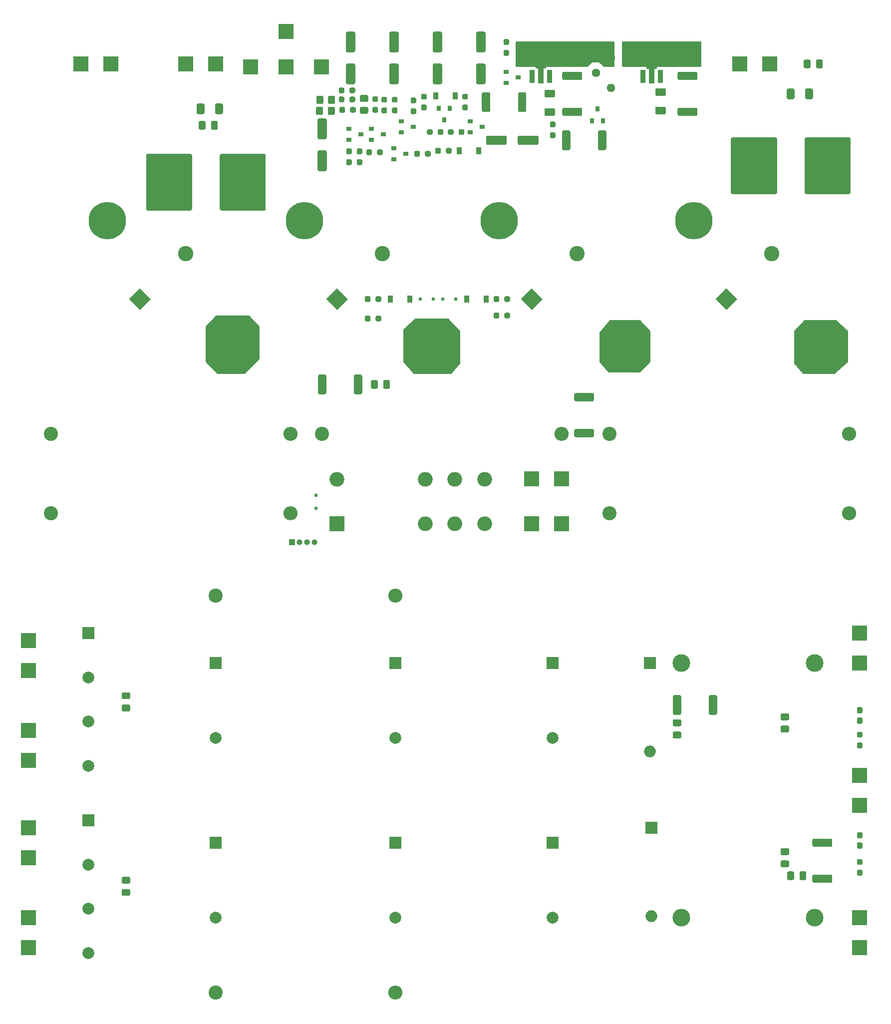
<source format=gts>
G04 #@! TF.GenerationSoftware,KiCad,Pcbnew,5.1.7-a382d34a8~88~ubuntu18.04.1*
G04 #@! TF.CreationDate,2021-06-01T18:59:40+03:00*
G04 #@! TF.ProjectId,amplifier,616d706c-6966-4696-9572-2e6b69636164,rev?*
G04 #@! TF.SameCoordinates,Original*
G04 #@! TF.FileFunction,Soldermask,Top*
G04 #@! TF.FilePolarity,Negative*
%FSLAX46Y46*%
G04 Gerber Fmt 4.6, Leading zero omitted, Abs format (unit mm)*
G04 Created by KiCad (PCBNEW 5.1.7-a382d34a8~88~ubuntu18.04.1) date 2021-06-01 18:59:40*
%MOMM*%
%LPD*%
G01*
G04 APERTURE LIST*
%ADD10C,2.000000*%
%ADD11R,2.000000X2.000000*%
%ADD12R,2.500000X2.500000*%
%ADD13O,2.400000X2.400000*%
%ADD14C,2.400000*%
%ADD15C,3.000000*%
%ADD16O,2.000000X2.000000*%
%ADD17C,6.350000*%
%ADD18C,2.600000*%
%ADD19C,0.100000*%
%ADD20R,0.900000X0.800000*%
%ADD21R,0.800000X0.900000*%
%ADD22R,0.900000X1.200000*%
%ADD23R,0.900000X2.300000*%
%ADD24R,0.500000X0.500000*%
%ADD25C,1.440000*%
%ADD26O,2.500000X2.500000*%
%ADD27R,1.000000X1.000000*%
%ADD28O,1.000000X1.000000*%
%ADD29C,0.254000*%
G04 APERTURE END LIST*
D10*
X58674000Y-171450000D03*
D11*
X58674000Y-158750000D03*
G36*
G01*
X162969001Y-159448000D02*
X160118999Y-159448000D01*
G75*
G02*
X159869000Y-159198001I0J249999D01*
G01*
X159869000Y-158297999D01*
G75*
G02*
X160118999Y-158048000I249999J0D01*
G01*
X162969001Y-158048000D01*
G75*
G02*
X163219000Y-158297999I0J-249999D01*
G01*
X163219000Y-159198001D01*
G75*
G02*
X162969001Y-159448000I-249999J0D01*
G01*
G37*
G36*
G01*
X162969001Y-165548000D02*
X160118999Y-165548000D01*
G75*
G02*
X159869000Y-165298001I0J249999D01*
G01*
X159869000Y-164397999D01*
G75*
G02*
X160118999Y-164148000I249999J0D01*
G01*
X162969001Y-164148000D01*
G75*
G02*
X163219000Y-164397999I0J-249999D01*
G01*
X163219000Y-165298001D01*
G75*
G02*
X162969001Y-165548000I-249999J0D01*
G01*
G37*
D12*
X167894000Y-152400000D03*
X167894000Y-147320000D03*
D13*
X89154000Y-184150000D03*
D14*
X58674000Y-184150000D03*
G36*
G01*
X168131500Y-158005000D02*
X167656500Y-158005000D01*
G75*
G02*
X167419000Y-157767500I0J237500D01*
G01*
X167419000Y-157192500D01*
G75*
G02*
X167656500Y-156955000I237500J0D01*
G01*
X168131500Y-156955000D01*
G75*
G02*
X168369000Y-157192500I0J-237500D01*
G01*
X168369000Y-157767500D01*
G75*
G02*
X168131500Y-158005000I-237500J0D01*
G01*
G37*
G36*
G01*
X168131500Y-159755000D02*
X167656500Y-159755000D01*
G75*
G02*
X167419000Y-159517500I0J237500D01*
G01*
X167419000Y-158942500D01*
G75*
G02*
X167656500Y-158705000I237500J0D01*
G01*
X168131500Y-158705000D01*
G75*
G02*
X168369000Y-158942500I0J-237500D01*
G01*
X168369000Y-159517500D01*
G75*
G02*
X168131500Y-159755000I-237500J0D01*
G01*
G37*
G36*
G01*
X167656500Y-163342500D02*
X168131500Y-163342500D01*
G75*
G02*
X168369000Y-163580000I0J-237500D01*
G01*
X168369000Y-164080000D01*
G75*
G02*
X168131500Y-164317500I-237500J0D01*
G01*
X167656500Y-164317500D01*
G75*
G02*
X167419000Y-164080000I0J237500D01*
G01*
X167419000Y-163580000D01*
G75*
G02*
X167656500Y-163342500I237500J0D01*
G01*
G37*
G36*
G01*
X167656500Y-161517500D02*
X168131500Y-161517500D01*
G75*
G02*
X168369000Y-161755000I0J-237500D01*
G01*
X168369000Y-162255000D01*
G75*
G02*
X168131500Y-162492500I-237500J0D01*
G01*
X167656500Y-162492500D01*
G75*
G02*
X167419000Y-162255000I0J237500D01*
G01*
X167419000Y-161755000D01*
G75*
G02*
X167656500Y-161517500I237500J0D01*
G01*
G37*
D10*
X115824000Y-171450000D03*
D11*
X115824000Y-158750000D03*
D10*
X115824000Y-140970000D03*
D11*
X115824000Y-128270000D03*
D12*
X167894000Y-123190000D03*
X167894000Y-128270000D03*
X26924000Y-129540000D03*
X26924000Y-124460000D03*
X26924000Y-171450000D03*
X26924000Y-176530000D03*
G36*
G01*
X167656500Y-139927500D02*
X168131500Y-139927500D01*
G75*
G02*
X168369000Y-140165000I0J-237500D01*
G01*
X168369000Y-140665000D01*
G75*
G02*
X168131500Y-140902500I-237500J0D01*
G01*
X167656500Y-140902500D01*
G75*
G02*
X167419000Y-140665000I0J237500D01*
G01*
X167419000Y-140165000D01*
G75*
G02*
X167656500Y-139927500I237500J0D01*
G01*
G37*
G36*
G01*
X167656500Y-141752500D02*
X168131500Y-141752500D01*
G75*
G02*
X168369000Y-141990000I0J-237500D01*
G01*
X168369000Y-142490000D01*
G75*
G02*
X168131500Y-142727500I-237500J0D01*
G01*
X167656500Y-142727500D01*
G75*
G02*
X167419000Y-142490000I0J237500D01*
G01*
X167419000Y-141990000D01*
G75*
G02*
X167656500Y-141752500I237500J0D01*
G01*
G37*
G36*
G01*
X136431000Y-137821000D02*
X137381000Y-137821000D01*
G75*
G02*
X137631000Y-138071000I0J-250000D01*
G01*
X137631000Y-138746000D01*
G75*
G02*
X137381000Y-138996000I-250000J0D01*
G01*
X136431000Y-138996000D01*
G75*
G02*
X136181000Y-138746000I0J250000D01*
G01*
X136181000Y-138071000D01*
G75*
G02*
X136431000Y-137821000I250000J0D01*
G01*
G37*
G36*
G01*
X136431000Y-139896000D02*
X137381000Y-139896000D01*
G75*
G02*
X137631000Y-140146000I0J-250000D01*
G01*
X137631000Y-140821000D01*
G75*
G02*
X137381000Y-141071000I-250000J0D01*
G01*
X136431000Y-141071000D01*
G75*
G02*
X136181000Y-140821000I0J250000D01*
G01*
X136181000Y-140146000D01*
G75*
G02*
X136431000Y-139896000I250000J0D01*
G01*
G37*
G36*
G01*
X168131500Y-138560000D02*
X167656500Y-138560000D01*
G75*
G02*
X167419000Y-138322500I0J237500D01*
G01*
X167419000Y-137747500D01*
G75*
G02*
X167656500Y-137510000I237500J0D01*
G01*
X168131500Y-137510000D01*
G75*
G02*
X168369000Y-137747500I0J-237500D01*
G01*
X168369000Y-138322500D01*
G75*
G02*
X168131500Y-138560000I-237500J0D01*
G01*
G37*
G36*
G01*
X168131500Y-136810000D02*
X167656500Y-136810000D01*
G75*
G02*
X167419000Y-136572500I0J237500D01*
G01*
X167419000Y-135997500D01*
G75*
G02*
X167656500Y-135760000I237500J0D01*
G01*
X168131500Y-135760000D01*
G75*
G02*
X168369000Y-135997500I0J-237500D01*
G01*
X168369000Y-136572500D01*
G75*
G02*
X168131500Y-136810000I-237500J0D01*
G01*
G37*
G36*
G01*
X154719000Y-161740000D02*
X155669000Y-161740000D01*
G75*
G02*
X155919000Y-161990000I0J-250000D01*
G01*
X155919000Y-162665000D01*
G75*
G02*
X155669000Y-162915000I-250000J0D01*
G01*
X154719000Y-162915000D01*
G75*
G02*
X154469000Y-162665000I0J250000D01*
G01*
X154469000Y-161990000D01*
G75*
G02*
X154719000Y-161740000I250000J0D01*
G01*
G37*
G36*
G01*
X154719000Y-159665000D02*
X155669000Y-159665000D01*
G75*
G02*
X155919000Y-159915000I0J-250000D01*
G01*
X155919000Y-160590000D01*
G75*
G02*
X155669000Y-160840000I-250000J0D01*
G01*
X154719000Y-160840000D01*
G75*
G02*
X154469000Y-160590000I0J250000D01*
G01*
X154469000Y-159915000D01*
G75*
G02*
X154719000Y-159665000I250000J0D01*
G01*
G37*
D15*
X160274000Y-128270000D03*
X137674000Y-128270000D03*
D12*
X167894000Y-171450000D03*
X167894000Y-176530000D03*
G36*
G01*
X158851000Y-163863000D02*
X158851000Y-164813000D01*
G75*
G02*
X158601000Y-165063000I-250000J0D01*
G01*
X157926000Y-165063000D01*
G75*
G02*
X157676000Y-164813000I0J250000D01*
G01*
X157676000Y-163863000D01*
G75*
G02*
X157926000Y-163613000I250000J0D01*
G01*
X158601000Y-163613000D01*
G75*
G02*
X158851000Y-163863000I0J-250000D01*
G01*
G37*
G36*
G01*
X156776000Y-163863000D02*
X156776000Y-164813000D01*
G75*
G02*
X156526000Y-165063000I-250000J0D01*
G01*
X155851000Y-165063000D01*
G75*
G02*
X155601000Y-164813000I0J250000D01*
G01*
X155601000Y-163863000D01*
G75*
G02*
X155851000Y-163613000I250000J0D01*
G01*
X156526000Y-163613000D01*
G75*
G02*
X156776000Y-163863000I0J-250000D01*
G01*
G37*
D11*
X89154000Y-128270000D03*
D10*
X89154000Y-140970000D03*
D11*
X58674000Y-128270000D03*
D10*
X58674000Y-140970000D03*
G36*
G01*
X42959000Y-135302500D02*
X43909000Y-135302500D01*
G75*
G02*
X44159000Y-135552500I0J-250000D01*
G01*
X44159000Y-136227500D01*
G75*
G02*
X43909000Y-136477500I-250000J0D01*
G01*
X42959000Y-136477500D01*
G75*
G02*
X42709000Y-136227500I0J250000D01*
G01*
X42709000Y-135552500D01*
G75*
G02*
X42959000Y-135302500I250000J0D01*
G01*
G37*
G36*
G01*
X42959000Y-133227500D02*
X43909000Y-133227500D01*
G75*
G02*
X44159000Y-133477500I0J-250000D01*
G01*
X44159000Y-134152500D01*
G75*
G02*
X43909000Y-134402500I-250000J0D01*
G01*
X42959000Y-134402500D01*
G75*
G02*
X42709000Y-134152500I0J250000D01*
G01*
X42709000Y-133477500D01*
G75*
G02*
X42959000Y-133227500I250000J0D01*
G01*
G37*
X37084000Y-162440000D03*
D11*
X37084000Y-154940000D03*
D10*
X37084000Y-169940000D03*
X37084000Y-177440000D03*
G36*
G01*
X154719000Y-138880000D02*
X155669000Y-138880000D01*
G75*
G02*
X155919000Y-139130000I0J-250000D01*
G01*
X155919000Y-139805000D01*
G75*
G02*
X155669000Y-140055000I-250000J0D01*
G01*
X154719000Y-140055000D01*
G75*
G02*
X154469000Y-139805000I0J250000D01*
G01*
X154469000Y-139130000D01*
G75*
G02*
X154719000Y-138880000I250000J0D01*
G01*
G37*
G36*
G01*
X154719000Y-136805000D02*
X155669000Y-136805000D01*
G75*
G02*
X155919000Y-137055000I0J-250000D01*
G01*
X155919000Y-137730000D01*
G75*
G02*
X155669000Y-137980000I-250000J0D01*
G01*
X154719000Y-137980000D01*
G75*
G02*
X154469000Y-137730000I0J250000D01*
G01*
X154469000Y-137055000D01*
G75*
G02*
X154719000Y-136805000I250000J0D01*
G01*
G37*
D12*
X26924000Y-144780000D03*
X26924000Y-139700000D03*
X26924000Y-161290000D03*
X26924000Y-156210000D03*
D11*
X132334000Y-128270000D03*
D16*
X132334000Y-143270000D03*
D15*
X137674000Y-171450000D03*
X160274000Y-171450000D03*
G36*
G01*
X136204000Y-136807001D02*
X136204000Y-133956999D01*
G75*
G02*
X136453999Y-133707000I249999J0D01*
G01*
X137354001Y-133707000D01*
G75*
G02*
X137604000Y-133956999I0J-249999D01*
G01*
X137604000Y-136807001D01*
G75*
G02*
X137354001Y-137057000I-249999J0D01*
G01*
X136453999Y-137057000D01*
G75*
G02*
X136204000Y-136807001I0J249999D01*
G01*
G37*
G36*
G01*
X142304000Y-136807001D02*
X142304000Y-133956999D01*
G75*
G02*
X142553999Y-133707000I249999J0D01*
G01*
X143454001Y-133707000D01*
G75*
G02*
X143704000Y-133956999I0J-249999D01*
G01*
X143704000Y-136807001D01*
G75*
G02*
X143454001Y-137057000I-249999J0D01*
G01*
X142553999Y-137057000D01*
G75*
G02*
X142304000Y-136807001I0J249999D01*
G01*
G37*
D10*
X37084000Y-145690000D03*
X37084000Y-138190000D03*
D11*
X37084000Y-123190000D03*
D10*
X37084000Y-130690000D03*
D14*
X58674000Y-116840000D03*
D13*
X89154000Y-116840000D03*
D16*
X132588000Y-171210000D03*
D11*
X132588000Y-156210000D03*
X89154000Y-158750000D03*
D10*
X89154000Y-171450000D03*
G36*
G01*
X42959000Y-164512500D02*
X43909000Y-164512500D01*
G75*
G02*
X44159000Y-164762500I0J-250000D01*
G01*
X44159000Y-165437500D01*
G75*
G02*
X43909000Y-165687500I-250000J0D01*
G01*
X42959000Y-165687500D01*
G75*
G02*
X42709000Y-165437500I0J250000D01*
G01*
X42709000Y-164762500D01*
G75*
G02*
X42959000Y-164512500I250000J0D01*
G01*
G37*
G36*
G01*
X42959000Y-166587500D02*
X43909000Y-166587500D01*
G75*
G02*
X44159000Y-166837500I0J-250000D01*
G01*
X44159000Y-167512500D01*
G75*
G02*
X43909000Y-167762500I-250000J0D01*
G01*
X42959000Y-167762500D01*
G75*
G02*
X42709000Y-167512500I0J250000D01*
G01*
X42709000Y-166837500D01*
G75*
G02*
X42959000Y-166587500I250000J0D01*
G01*
G37*
D17*
X128071837Y-74644373D03*
X106717212Y-53289748D03*
D18*
X119989606Y-58826394D03*
D19*
G36*
X110429522Y-66548000D02*
G01*
X112268000Y-64709522D01*
X114106478Y-66548000D01*
X112268000Y-68386478D01*
X110429522Y-66548000D01*
G37*
G36*
G01*
X94217500Y-34547000D02*
X93742500Y-34547000D01*
G75*
G02*
X93505000Y-34309500I0J237500D01*
G01*
X93505000Y-33809500D01*
G75*
G02*
X93742500Y-33572000I237500J0D01*
G01*
X94217500Y-33572000D01*
G75*
G02*
X94455000Y-33809500I0J-237500D01*
G01*
X94455000Y-34309500D01*
G75*
G02*
X94217500Y-34547000I-237500J0D01*
G01*
G37*
G36*
G01*
X94217500Y-32722000D02*
X93742500Y-32722000D01*
G75*
G02*
X93505000Y-32484500I0J237500D01*
G01*
X93505000Y-31984500D01*
G75*
G02*
X93742500Y-31747000I237500J0D01*
G01*
X94217500Y-31747000D01*
G75*
G02*
X94455000Y-31984500I0J-237500D01*
G01*
X94455000Y-32484500D01*
G75*
G02*
X94217500Y-32722000I-237500J0D01*
G01*
G37*
G36*
G01*
X113416000Y-39074000D02*
X113416000Y-40174000D01*
G75*
G02*
X113166000Y-40424000I-250000J0D01*
G01*
X110166000Y-40424000D01*
G75*
G02*
X109916000Y-40174000I0J250000D01*
G01*
X109916000Y-39074000D01*
G75*
G02*
X110166000Y-38824000I250000J0D01*
G01*
X113166000Y-38824000D01*
G75*
G02*
X113416000Y-39074000I0J-250000D01*
G01*
G37*
G36*
G01*
X108016000Y-39074000D02*
X108016000Y-40174000D01*
G75*
G02*
X107766000Y-40424000I-250000J0D01*
G01*
X104766000Y-40424000D01*
G75*
G02*
X104516000Y-40174000I0J250000D01*
G01*
X104516000Y-39074000D01*
G75*
G02*
X104766000Y-38824000I250000J0D01*
G01*
X107766000Y-38824000D01*
G75*
G02*
X108016000Y-39074000I0J-250000D01*
G01*
G37*
D17*
X161091837Y-74644373D03*
X139737212Y-53289748D03*
D18*
X153009606Y-58826394D03*
D19*
G36*
X143449522Y-66548000D02*
G01*
X145288000Y-64709522D01*
X147126478Y-66548000D01*
X145288000Y-68386478D01*
X143449522Y-66548000D01*
G37*
G36*
G01*
X153860000Y-39391997D02*
X153860000Y-48492003D01*
G75*
G02*
X153610003Y-48742000I-249997J0D01*
G01*
X146309997Y-48742000D01*
G75*
G02*
X146060000Y-48492003I0J249997D01*
G01*
X146060000Y-39391997D01*
G75*
G02*
X146309997Y-39142000I249997J0D01*
G01*
X153610003Y-39142000D01*
G75*
G02*
X153860000Y-39391997I0J-249997D01*
G01*
G37*
G36*
G01*
X166360000Y-39391997D02*
X166360000Y-48492003D01*
G75*
G02*
X166110003Y-48742000I-249997J0D01*
G01*
X158809997Y-48742000D01*
G75*
G02*
X158560000Y-48492003I0J249997D01*
G01*
X158560000Y-39391997D01*
G75*
G02*
X158809997Y-39142000I249997J0D01*
G01*
X166110003Y-39142000D01*
G75*
G02*
X166360000Y-39391997I0J-249997D01*
G01*
G37*
G36*
G01*
X108187500Y-23451000D02*
X107712500Y-23451000D01*
G75*
G02*
X107475000Y-23213500I0J237500D01*
G01*
X107475000Y-22713500D01*
G75*
G02*
X107712500Y-22476000I237500J0D01*
G01*
X108187500Y-22476000D01*
G75*
G02*
X108425000Y-22713500I0J-237500D01*
G01*
X108425000Y-23213500D01*
G75*
G02*
X108187500Y-23451000I-237500J0D01*
G01*
G37*
G36*
G01*
X108187500Y-25276000D02*
X107712500Y-25276000D01*
G75*
G02*
X107475000Y-25038500I0J237500D01*
G01*
X107475000Y-24538500D01*
G75*
G02*
X107712500Y-24301000I237500J0D01*
G01*
X108187500Y-24301000D01*
G75*
G02*
X108425000Y-24538500I0J-237500D01*
G01*
X108425000Y-25038500D01*
G75*
G02*
X108187500Y-25276000I-237500J0D01*
G01*
G37*
G36*
G01*
X82084000Y-24704000D02*
X80984000Y-24704000D01*
G75*
G02*
X80734000Y-24454000I0J250000D01*
G01*
X80734000Y-21454000D01*
G75*
G02*
X80984000Y-21204000I250000J0D01*
G01*
X82084000Y-21204000D01*
G75*
G02*
X82334000Y-21454000I0J-250000D01*
G01*
X82334000Y-24454000D01*
G75*
G02*
X82084000Y-24704000I-250000J0D01*
G01*
G37*
G36*
G01*
X82084000Y-30104000D02*
X80984000Y-30104000D01*
G75*
G02*
X80734000Y-29854000I0J250000D01*
G01*
X80734000Y-26854000D01*
G75*
G02*
X80984000Y-26604000I250000J0D01*
G01*
X82084000Y-26604000D01*
G75*
G02*
X82334000Y-26854000I0J-250000D01*
G01*
X82334000Y-29854000D01*
G75*
G02*
X82084000Y-30104000I-250000J0D01*
G01*
G37*
G36*
G01*
X80602900Y-34230300D02*
X80602900Y-34705300D01*
G75*
G02*
X80365400Y-34942800I-237500J0D01*
G01*
X79865400Y-34942800D01*
G75*
G02*
X79627900Y-34705300I0J237500D01*
G01*
X79627900Y-34230300D01*
G75*
G02*
X79865400Y-33992800I237500J0D01*
G01*
X80365400Y-33992800D01*
G75*
G02*
X80602900Y-34230300I0J-237500D01*
G01*
G37*
G36*
G01*
X82427900Y-34230300D02*
X82427900Y-34705300D01*
G75*
G02*
X82190400Y-34942800I-237500J0D01*
G01*
X81690400Y-34942800D01*
G75*
G02*
X81452900Y-34705300I0J237500D01*
G01*
X81452900Y-34230300D01*
G75*
G02*
X81690400Y-33992800I237500J0D01*
G01*
X82190400Y-33992800D01*
G75*
G02*
X82427900Y-34230300I0J-237500D01*
G01*
G37*
G36*
G01*
X79524400Y-32927300D02*
X79524400Y-32452300D01*
G75*
G02*
X79761900Y-32214800I237500J0D01*
G01*
X80261900Y-32214800D01*
G75*
G02*
X80499400Y-32452300I0J-237500D01*
G01*
X80499400Y-32927300D01*
G75*
G02*
X80261900Y-33164800I-237500J0D01*
G01*
X79761900Y-33164800D01*
G75*
G02*
X79524400Y-32927300I0J237500D01*
G01*
G37*
G36*
G01*
X81349400Y-32927300D02*
X81349400Y-32452300D01*
G75*
G02*
X81586900Y-32214800I237500J0D01*
G01*
X82086900Y-32214800D01*
G75*
G02*
X82324400Y-32452300I0J-237500D01*
G01*
X82324400Y-32927300D01*
G75*
G02*
X82086900Y-33164800I-237500J0D01*
G01*
X81586900Y-33164800D01*
G75*
G02*
X81349400Y-32927300I0J237500D01*
G01*
G37*
G36*
G01*
X82324400Y-30928300D02*
X82324400Y-31403300D01*
G75*
G02*
X82086900Y-31640800I-237500J0D01*
G01*
X81586900Y-31640800D01*
G75*
G02*
X81349400Y-31403300I0J237500D01*
G01*
X81349400Y-30928300D01*
G75*
G02*
X81586900Y-30690800I237500J0D01*
G01*
X82086900Y-30690800D01*
G75*
G02*
X82324400Y-30928300I0J-237500D01*
G01*
G37*
G36*
G01*
X80499400Y-30928300D02*
X80499400Y-31403300D01*
G75*
G02*
X80261900Y-31640800I-237500J0D01*
G01*
X79761900Y-31640800D01*
G75*
G02*
X79524400Y-31403300I0J237500D01*
G01*
X79524400Y-30928300D01*
G75*
G02*
X79761900Y-30690800I237500J0D01*
G01*
X80261900Y-30690800D01*
G75*
G02*
X80499400Y-30928300I0J-237500D01*
G01*
G37*
G36*
G01*
X89450000Y-30104000D02*
X88350000Y-30104000D01*
G75*
G02*
X88100000Y-29854000I0J250000D01*
G01*
X88100000Y-26854000D01*
G75*
G02*
X88350000Y-26604000I250000J0D01*
G01*
X89450000Y-26604000D01*
G75*
G02*
X89700000Y-26854000I0J-250000D01*
G01*
X89700000Y-29854000D01*
G75*
G02*
X89450000Y-30104000I-250000J0D01*
G01*
G37*
G36*
G01*
X89450000Y-24704000D02*
X88350000Y-24704000D01*
G75*
G02*
X88100000Y-24454000I0J250000D01*
G01*
X88100000Y-21454000D01*
G75*
G02*
X88350000Y-21204000I250000J0D01*
G01*
X89450000Y-21204000D01*
G75*
G02*
X89700000Y-21454000I0J-250000D01*
G01*
X89700000Y-24454000D01*
G75*
G02*
X89450000Y-24704000I-250000J0D01*
G01*
G37*
D20*
X87106000Y-38608000D03*
X85106000Y-39558000D03*
X85106000Y-37658000D03*
G36*
G01*
X98041000Y-38464500D02*
X98041000Y-37989500D01*
G75*
G02*
X98278500Y-37752000I237500J0D01*
G01*
X98778500Y-37752000D01*
G75*
G02*
X99016000Y-37989500I0J-237500D01*
G01*
X99016000Y-38464500D01*
G75*
G02*
X98778500Y-38702000I-237500J0D01*
G01*
X98278500Y-38702000D01*
G75*
G02*
X98041000Y-38464500I0J237500D01*
G01*
G37*
G36*
G01*
X99866000Y-38464500D02*
X99866000Y-37989500D01*
G75*
G02*
X100103500Y-37752000I237500J0D01*
G01*
X100603500Y-37752000D01*
G75*
G02*
X100841000Y-37989500I0J-237500D01*
G01*
X100841000Y-38464500D01*
G75*
G02*
X100603500Y-38702000I-237500J0D01*
G01*
X100103500Y-38702000D01*
G75*
G02*
X99866000Y-38464500I0J237500D01*
G01*
G37*
X101870000Y-36388000D03*
X101870000Y-38288000D03*
X103870000Y-37338000D03*
G36*
G01*
X92326000Y-42147500D02*
X92326000Y-41672500D01*
G75*
G02*
X92563500Y-41435000I237500J0D01*
G01*
X93063500Y-41435000D01*
G75*
G02*
X93301000Y-41672500I0J-237500D01*
G01*
X93301000Y-42147500D01*
G75*
G02*
X93063500Y-42385000I-237500J0D01*
G01*
X92563500Y-42385000D01*
G75*
G02*
X92326000Y-42147500I0J237500D01*
G01*
G37*
G36*
G01*
X94151000Y-42147500D02*
X94151000Y-41672500D01*
G75*
G02*
X94388500Y-41435000I237500J0D01*
G01*
X94888500Y-41435000D01*
G75*
G02*
X95126000Y-41672500I0J-237500D01*
G01*
X95126000Y-42147500D01*
G75*
G02*
X94888500Y-42385000I-237500J0D01*
G01*
X94388500Y-42385000D01*
G75*
G02*
X94151000Y-42147500I0J237500D01*
G01*
G37*
G36*
G01*
X91964500Y-32382000D02*
X92439500Y-32382000D01*
G75*
G02*
X92677000Y-32619500I0J-237500D01*
G01*
X92677000Y-33119500D01*
G75*
G02*
X92439500Y-33357000I-237500J0D01*
G01*
X91964500Y-33357000D01*
G75*
G02*
X91727000Y-33119500I0J237500D01*
G01*
X91727000Y-32619500D01*
G75*
G02*
X91964500Y-32382000I237500J0D01*
G01*
G37*
G36*
G01*
X91964500Y-34207000D02*
X92439500Y-34207000D01*
G75*
G02*
X92677000Y-34444500I0J-237500D01*
G01*
X92677000Y-34944500D01*
G75*
G02*
X92439500Y-35182000I-237500J0D01*
G01*
X91964500Y-35182000D01*
G75*
G02*
X91727000Y-34944500I0J237500D01*
G01*
X91727000Y-34444500D01*
G75*
G02*
X91964500Y-34207000I237500J0D01*
G01*
G37*
G36*
G01*
X85962500Y-33126500D02*
X85487500Y-33126500D01*
G75*
G02*
X85250000Y-32889000I0J237500D01*
G01*
X85250000Y-32389000D01*
G75*
G02*
X85487500Y-32151500I237500J0D01*
G01*
X85962500Y-32151500D01*
G75*
G02*
X86200000Y-32389000I0J-237500D01*
G01*
X86200000Y-32889000D01*
G75*
G02*
X85962500Y-33126500I-237500J0D01*
G01*
G37*
G36*
G01*
X85962500Y-34951500D02*
X85487500Y-34951500D01*
G75*
G02*
X85250000Y-34714000I0J237500D01*
G01*
X85250000Y-34214000D01*
G75*
G02*
X85487500Y-33976500I237500J0D01*
G01*
X85962500Y-33976500D01*
G75*
G02*
X86200000Y-34214000I0J-237500D01*
G01*
X86200000Y-34714000D01*
G75*
G02*
X85962500Y-34951500I-237500J0D01*
G01*
G37*
G36*
G01*
X88789500Y-34080000D02*
X89264500Y-34080000D01*
G75*
G02*
X89502000Y-34317500I0J-237500D01*
G01*
X89502000Y-34817500D01*
G75*
G02*
X89264500Y-35055000I-237500J0D01*
G01*
X88789500Y-35055000D01*
G75*
G02*
X88552000Y-34817500I0J237500D01*
G01*
X88552000Y-34317500D01*
G75*
G02*
X88789500Y-34080000I237500J0D01*
G01*
G37*
G36*
G01*
X88789500Y-32255000D02*
X89264500Y-32255000D01*
G75*
G02*
X89502000Y-32492500I0J-237500D01*
G01*
X89502000Y-32992500D01*
G75*
G02*
X89264500Y-33230000I-237500J0D01*
G01*
X88789500Y-33230000D01*
G75*
G02*
X88552000Y-32992500I0J237500D01*
G01*
X88552000Y-32492500D01*
G75*
G02*
X88789500Y-32255000I237500J0D01*
G01*
G37*
G36*
G01*
X87011500Y-32255000D02*
X87486500Y-32255000D01*
G75*
G02*
X87724000Y-32492500I0J-237500D01*
G01*
X87724000Y-32992500D01*
G75*
G02*
X87486500Y-33230000I-237500J0D01*
G01*
X87011500Y-33230000D01*
G75*
G02*
X86774000Y-32992500I0J237500D01*
G01*
X86774000Y-32492500D01*
G75*
G02*
X87011500Y-32255000I237500J0D01*
G01*
G37*
G36*
G01*
X87011500Y-34080000D02*
X87486500Y-34080000D01*
G75*
G02*
X87724000Y-34317500I0J-237500D01*
G01*
X87724000Y-34817500D01*
G75*
G02*
X87486500Y-35055000I-237500J0D01*
G01*
X87011500Y-35055000D01*
G75*
G02*
X86774000Y-34817500I0J237500D01*
G01*
X86774000Y-34317500D01*
G75*
G02*
X87011500Y-34080000I237500J0D01*
G01*
G37*
D21*
X98359000Y-34179000D03*
X96459000Y-34179000D03*
X97409000Y-36179000D03*
D20*
X90916000Y-41910000D03*
X88916000Y-42860000D03*
X88916000Y-40960000D03*
X92186000Y-37338000D03*
X90186000Y-38288000D03*
X90186000Y-36388000D03*
G36*
G01*
X100727500Y-33572000D02*
X101202500Y-33572000D01*
G75*
G02*
X101440000Y-33809500I0J-237500D01*
G01*
X101440000Y-34309500D01*
G75*
G02*
X101202500Y-34547000I-237500J0D01*
G01*
X100727500Y-34547000D01*
G75*
G02*
X100490000Y-34309500I0J237500D01*
G01*
X100490000Y-33809500D01*
G75*
G02*
X100727500Y-33572000I237500J0D01*
G01*
G37*
G36*
G01*
X100727500Y-31747000D02*
X101202500Y-31747000D01*
G75*
G02*
X101440000Y-31984500I0J-237500D01*
G01*
X101440000Y-32484500D01*
G75*
G02*
X101202500Y-32722000I-237500J0D01*
G01*
X100727500Y-32722000D01*
G75*
G02*
X100490000Y-32484500I0J237500D01*
G01*
X100490000Y-31984500D01*
G75*
G02*
X100727500Y-31747000I237500J0D01*
G01*
G37*
G36*
G01*
X96310000Y-38464500D02*
X96310000Y-37989500D01*
G75*
G02*
X96547500Y-37752000I237500J0D01*
G01*
X97047500Y-37752000D01*
G75*
G02*
X97285000Y-37989500I0J-237500D01*
G01*
X97285000Y-38464500D01*
G75*
G02*
X97047500Y-38702000I-237500J0D01*
G01*
X96547500Y-38702000D01*
G75*
G02*
X96310000Y-38464500I0J237500D01*
G01*
G37*
G36*
G01*
X94485000Y-38464500D02*
X94485000Y-37989500D01*
G75*
G02*
X94722500Y-37752000I237500J0D01*
G01*
X95222500Y-37752000D01*
G75*
G02*
X95460000Y-37989500I0J-237500D01*
G01*
X95460000Y-38464500D01*
G75*
G02*
X95222500Y-38702000I-237500J0D01*
G01*
X94722500Y-38702000D01*
G75*
G02*
X94485000Y-38464500I0J237500D01*
G01*
G37*
X81296000Y-37658000D03*
X81296000Y-39558000D03*
X83296000Y-38608000D03*
G36*
G01*
X84198000Y-41893500D02*
X84198000Y-41418500D01*
G75*
G02*
X84435500Y-41181000I237500J0D01*
G01*
X84935500Y-41181000D01*
G75*
G02*
X85173000Y-41418500I0J-237500D01*
G01*
X85173000Y-41893500D01*
G75*
G02*
X84935500Y-42131000I-237500J0D01*
G01*
X84435500Y-42131000D01*
G75*
G02*
X84198000Y-41893500I0J237500D01*
G01*
G37*
G36*
G01*
X86023000Y-41893500D02*
X86023000Y-41418500D01*
G75*
G02*
X86260500Y-41181000I237500J0D01*
G01*
X86760500Y-41181000D01*
G75*
G02*
X86998000Y-41418500I0J-237500D01*
G01*
X86998000Y-41893500D01*
G75*
G02*
X86760500Y-42131000I-237500J0D01*
G01*
X86260500Y-42131000D01*
G75*
G02*
X86023000Y-41893500I0J237500D01*
G01*
G37*
G36*
G01*
X83295500Y-41993000D02*
X82820500Y-41993000D01*
G75*
G02*
X82583000Y-41755500I0J237500D01*
G01*
X82583000Y-41255500D01*
G75*
G02*
X82820500Y-41018000I237500J0D01*
G01*
X83295500Y-41018000D01*
G75*
G02*
X83533000Y-41255500I0J-237500D01*
G01*
X83533000Y-41755500D01*
G75*
G02*
X83295500Y-41993000I-237500J0D01*
G01*
G37*
G36*
G01*
X83295500Y-43818000D02*
X82820500Y-43818000D01*
G75*
G02*
X82583000Y-43580500I0J237500D01*
G01*
X82583000Y-43080500D01*
G75*
G02*
X82820500Y-42843000I237500J0D01*
G01*
X83295500Y-42843000D01*
G75*
G02*
X83533000Y-43080500I0J-237500D01*
G01*
X83533000Y-43580500D01*
G75*
G02*
X83295500Y-43818000I-237500J0D01*
G01*
G37*
D22*
X99313000Y-32131000D03*
X96013000Y-32131000D03*
G36*
G01*
X96816000Y-24704000D02*
X95716000Y-24704000D01*
G75*
G02*
X95466000Y-24454000I0J250000D01*
G01*
X95466000Y-21454000D01*
G75*
G02*
X95716000Y-21204000I250000J0D01*
G01*
X96816000Y-21204000D01*
G75*
G02*
X97066000Y-21454000I0J-250000D01*
G01*
X97066000Y-24454000D01*
G75*
G02*
X96816000Y-24704000I-250000J0D01*
G01*
G37*
G36*
G01*
X96816000Y-30104000D02*
X95716000Y-30104000D01*
G75*
G02*
X95466000Y-29854000I0J250000D01*
G01*
X95466000Y-26854000D01*
G75*
G02*
X95716000Y-26604000I250000J0D01*
G01*
X96816000Y-26604000D01*
G75*
G02*
X97066000Y-26854000I0J-250000D01*
G01*
X97066000Y-29854000D01*
G75*
G02*
X96816000Y-30104000I-250000J0D01*
G01*
G37*
D19*
G36*
X77409522Y-66548000D02*
G01*
X79248000Y-64709522D01*
X81086478Y-66548000D01*
X79248000Y-68386478D01*
X77409522Y-66548000D01*
G37*
D18*
X86969606Y-58826394D03*
D17*
X73697212Y-53289748D03*
X95051837Y-74644373D03*
D19*
G36*
X114658500Y-23339500D02*
G01*
X114658500Y-27464500D01*
X114242000Y-27464500D01*
X114242000Y-29939500D01*
X113342000Y-29939500D01*
X113342000Y-27464500D01*
X112925500Y-27464500D01*
X112925500Y-23339500D01*
X114658500Y-23339500D01*
G37*
D23*
X115292000Y-28789500D03*
X112292000Y-28789500D03*
D20*
X109966000Y-28956000D03*
X107966000Y-29906000D03*
X107966000Y-28006000D03*
D22*
X91566000Y-66548000D03*
X88266000Y-66548000D03*
G36*
G01*
X116061500Y-39246000D02*
X115586500Y-39246000D01*
G75*
G02*
X115349000Y-39008500I0J237500D01*
G01*
X115349000Y-38508500D01*
G75*
G02*
X115586500Y-38271000I237500J0D01*
G01*
X116061500Y-38271000D01*
G75*
G02*
X116299000Y-38508500I0J-237500D01*
G01*
X116299000Y-39008500D01*
G75*
G02*
X116061500Y-39246000I-237500J0D01*
G01*
G37*
G36*
G01*
X116061500Y-37421000D02*
X115586500Y-37421000D01*
G75*
G02*
X115349000Y-37183500I0J237500D01*
G01*
X115349000Y-36683500D01*
G75*
G02*
X115586500Y-36446000I237500J0D01*
G01*
X116061500Y-36446000D01*
G75*
G02*
X116299000Y-36683500I0J-237500D01*
G01*
X116299000Y-37183500D01*
G75*
G02*
X116061500Y-37421000I-237500J0D01*
G01*
G37*
G36*
G01*
X81517500Y-41993000D02*
X81042500Y-41993000D01*
G75*
G02*
X80805000Y-41755500I0J237500D01*
G01*
X80805000Y-41255500D01*
G75*
G02*
X81042500Y-41018000I237500J0D01*
G01*
X81517500Y-41018000D01*
G75*
G02*
X81755000Y-41255500I0J-237500D01*
G01*
X81755000Y-41755500D01*
G75*
G02*
X81517500Y-41993000I-237500J0D01*
G01*
G37*
G36*
G01*
X81517500Y-43818000D02*
X81042500Y-43818000D01*
G75*
G02*
X80805000Y-43580500I0J237500D01*
G01*
X80805000Y-43080500D01*
G75*
G02*
X81042500Y-42843000I237500J0D01*
G01*
X81517500Y-42843000D01*
G75*
G02*
X81755000Y-43080500I0J-237500D01*
G01*
X81755000Y-43580500D01*
G75*
G02*
X81517500Y-43818000I-237500J0D01*
G01*
G37*
D23*
X131088000Y-28820000D03*
X134088000Y-28820000D03*
D19*
G36*
X133454500Y-23370000D02*
G01*
X133454500Y-27495000D01*
X133038000Y-27495000D01*
X133038000Y-29970000D01*
X132138000Y-29970000D01*
X132138000Y-27495000D01*
X131721500Y-27495000D01*
X131721500Y-23370000D01*
X133454500Y-23370000D01*
G37*
D21*
X122494000Y-36306000D03*
X124394000Y-36306000D03*
X123444000Y-34306000D03*
G36*
G01*
X137258999Y-28000000D02*
X140109001Y-28000000D01*
G75*
G02*
X140359000Y-28249999I0J-249999D01*
G01*
X140359000Y-29150001D01*
G75*
G02*
X140109001Y-29400000I-249999J0D01*
G01*
X137258999Y-29400000D01*
G75*
G02*
X137009000Y-29150001I0J249999D01*
G01*
X137009000Y-28249999D01*
G75*
G02*
X137258999Y-28000000I249999J0D01*
G01*
G37*
G36*
G01*
X137258999Y-34100000D02*
X140109001Y-34100000D01*
G75*
G02*
X140359000Y-34349999I0J-249999D01*
G01*
X140359000Y-35250001D01*
G75*
G02*
X140109001Y-35500000I-249999J0D01*
G01*
X137258999Y-35500000D01*
G75*
G02*
X137009000Y-35250001I0J249999D01*
G01*
X137009000Y-34349999D01*
G75*
G02*
X137258999Y-34100000I249999J0D01*
G01*
G37*
G36*
G01*
X117408000Y-41049001D02*
X117408000Y-38198999D01*
G75*
G02*
X117657999Y-37949000I249999J0D01*
G01*
X118558001Y-37949000D01*
G75*
G02*
X118808000Y-38198999I0J-249999D01*
G01*
X118808000Y-41049001D01*
G75*
G02*
X118558001Y-41299000I-249999J0D01*
G01*
X117657999Y-41299000D01*
G75*
G02*
X117408000Y-41049001I0J249999D01*
G01*
G37*
G36*
G01*
X123508000Y-41049001D02*
X123508000Y-38198999D01*
G75*
G02*
X123757999Y-37949000I249999J0D01*
G01*
X124658001Y-37949000D01*
G75*
G02*
X124908000Y-38198999I0J-249999D01*
G01*
X124908000Y-41049001D01*
G75*
G02*
X124658001Y-41299000I-249999J0D01*
G01*
X123757999Y-41299000D01*
G75*
G02*
X123508000Y-41049001I0J249999D01*
G01*
G37*
G36*
G01*
X120551001Y-29400000D02*
X117700999Y-29400000D01*
G75*
G02*
X117451000Y-29150001I0J249999D01*
G01*
X117451000Y-28249999D01*
G75*
G02*
X117700999Y-28000000I249999J0D01*
G01*
X120551001Y-28000000D01*
G75*
G02*
X120801000Y-28249999I0J-249999D01*
G01*
X120801000Y-29150001D01*
G75*
G02*
X120551001Y-29400000I-249999J0D01*
G01*
G37*
G36*
G01*
X120551001Y-35500000D02*
X117700999Y-35500000D01*
G75*
G02*
X117451000Y-35250001I0J249999D01*
G01*
X117451000Y-34349999D01*
G75*
G02*
X117700999Y-34100000I249999J0D01*
G01*
X120551001Y-34100000D01*
G75*
G02*
X120801000Y-34349999I0J-249999D01*
G01*
X120801000Y-35250001D01*
G75*
G02*
X120551001Y-35500000I-249999J0D01*
G01*
G37*
G36*
G01*
X105219000Y-31721999D02*
X105219000Y-34572001D01*
G75*
G02*
X104969001Y-34822000I-249999J0D01*
G01*
X104068999Y-34822000D01*
G75*
G02*
X103819000Y-34572001I0J249999D01*
G01*
X103819000Y-31721999D01*
G75*
G02*
X104068999Y-31472000I249999J0D01*
G01*
X104969001Y-31472000D01*
G75*
G02*
X105219000Y-31721999I0J-249999D01*
G01*
G37*
G36*
G01*
X111319000Y-31721999D02*
X111319000Y-34572001D01*
G75*
G02*
X111069001Y-34822000I-249999J0D01*
G01*
X110168999Y-34822000D01*
G75*
G02*
X109919000Y-34572001I0J249999D01*
G01*
X109919000Y-31721999D01*
G75*
G02*
X110168999Y-31472000I249999J0D01*
G01*
X111069001Y-31472000D01*
G75*
G02*
X111319000Y-31721999I0J-249999D01*
G01*
G37*
D24*
X95588000Y-66548000D03*
X93388000Y-66548000D03*
G36*
G01*
X133461998Y-33920000D02*
X134762002Y-33920000D01*
G75*
G02*
X135012000Y-34169998I0J-249998D01*
G01*
X135012000Y-34995002D01*
G75*
G02*
X134762002Y-35245000I-249998J0D01*
G01*
X133461998Y-35245000D01*
G75*
G02*
X133212000Y-34995002I0J249998D01*
G01*
X133212000Y-34169998D01*
G75*
G02*
X133461998Y-33920000I249998J0D01*
G01*
G37*
G36*
G01*
X133461998Y-30795000D02*
X134762002Y-30795000D01*
G75*
G02*
X135012000Y-31044998I0J-249998D01*
G01*
X135012000Y-31870002D01*
G75*
G02*
X134762002Y-32120000I-249998J0D01*
G01*
X133461998Y-32120000D01*
G75*
G02*
X133212000Y-31870002I0J249998D01*
G01*
X133212000Y-31044998D01*
G75*
G02*
X133461998Y-30795000I249998J0D01*
G01*
G37*
D22*
X101220000Y-66548000D03*
X104520000Y-66548000D03*
D24*
X97198000Y-66548000D03*
X99398000Y-66548000D03*
G36*
G01*
X77258000Y-44836000D02*
X76158000Y-44836000D01*
G75*
G02*
X75908000Y-44586000I0J250000D01*
G01*
X75908000Y-41586000D01*
G75*
G02*
X76158000Y-41336000I250000J0D01*
G01*
X77258000Y-41336000D01*
G75*
G02*
X77508000Y-41586000I0J-250000D01*
G01*
X77508000Y-44586000D01*
G75*
G02*
X77258000Y-44836000I-250000J0D01*
G01*
G37*
G36*
G01*
X77258000Y-39436000D02*
X76158000Y-39436000D01*
G75*
G02*
X75908000Y-39186000I0J250000D01*
G01*
X75908000Y-36186000D01*
G75*
G02*
X76158000Y-35936000I250000J0D01*
G01*
X77258000Y-35936000D01*
G75*
G02*
X77508000Y-36186000I0J-250000D01*
G01*
X77508000Y-39186000D01*
G75*
G02*
X77258000Y-39436000I-250000J0D01*
G01*
G37*
D22*
X99950000Y-41402000D03*
X103250000Y-41402000D03*
G36*
G01*
X115966002Y-35499000D02*
X114665998Y-35499000D01*
G75*
G02*
X114416000Y-35249002I0J249998D01*
G01*
X114416000Y-34423998D01*
G75*
G02*
X114665998Y-34174000I249998J0D01*
G01*
X115966002Y-34174000D01*
G75*
G02*
X116216000Y-34423998I0J-249998D01*
G01*
X116216000Y-35249002D01*
G75*
G02*
X115966002Y-35499000I-249998J0D01*
G01*
G37*
G36*
G01*
X115966002Y-32374000D02*
X114665998Y-32374000D01*
G75*
G02*
X114416000Y-32124002I0J249998D01*
G01*
X114416000Y-31298998D01*
G75*
G02*
X114665998Y-31049000I249998J0D01*
G01*
X115966002Y-31049000D01*
G75*
G02*
X116216000Y-31298998I0J-249998D01*
G01*
X116216000Y-32124002D01*
G75*
G02*
X115966002Y-32374000I-249998J0D01*
G01*
G37*
G36*
G01*
X104182000Y-24704000D02*
X103082000Y-24704000D01*
G75*
G02*
X102832000Y-24454000I0J250000D01*
G01*
X102832000Y-21454000D01*
G75*
G02*
X103082000Y-21204000I250000J0D01*
G01*
X104182000Y-21204000D01*
G75*
G02*
X104432000Y-21454000I0J-250000D01*
G01*
X104432000Y-24454000D01*
G75*
G02*
X104182000Y-24704000I-250000J0D01*
G01*
G37*
G36*
G01*
X104182000Y-30104000D02*
X103082000Y-30104000D01*
G75*
G02*
X102832000Y-29854000I0J250000D01*
G01*
X102832000Y-26854000D01*
G75*
G02*
X103082000Y-26604000I250000J0D01*
G01*
X104182000Y-26604000D01*
G75*
G02*
X104432000Y-26854000I0J-250000D01*
G01*
X104432000Y-29854000D01*
G75*
G02*
X104182000Y-30104000I-250000J0D01*
G01*
G37*
G36*
G01*
X98682000Y-41164500D02*
X98682000Y-41639500D01*
G75*
G02*
X98444500Y-41877000I-237500J0D01*
G01*
X97944500Y-41877000D01*
G75*
G02*
X97707000Y-41639500I0J237500D01*
G01*
X97707000Y-41164500D01*
G75*
G02*
X97944500Y-40927000I237500J0D01*
G01*
X98444500Y-40927000D01*
G75*
G02*
X98682000Y-41164500I0J-237500D01*
G01*
G37*
G36*
G01*
X96857000Y-41164500D02*
X96857000Y-41639500D01*
G75*
G02*
X96619500Y-41877000I-237500J0D01*
G01*
X96119500Y-41877000D01*
G75*
G02*
X95882000Y-41639500I0J237500D01*
G01*
X95882000Y-41164500D01*
G75*
G02*
X96119500Y-40927000I237500J0D01*
G01*
X96619500Y-40927000D01*
G75*
G02*
X96857000Y-41164500I0J-237500D01*
G01*
G37*
D25*
X125730000Y-30734000D03*
X123190000Y-28194000D03*
X125730000Y-25654000D03*
D14*
X125476000Y-102870000D03*
D13*
X166116000Y-102870000D03*
G36*
G01*
X76006000Y-82451001D02*
X76006000Y-79600999D01*
G75*
G02*
X76255999Y-79351000I249999J0D01*
G01*
X77156001Y-79351000D01*
G75*
G02*
X77406000Y-79600999I0J-249999D01*
G01*
X77406000Y-82451001D01*
G75*
G02*
X77156001Y-82701000I-249999J0D01*
G01*
X76255999Y-82701000D01*
G75*
G02*
X76006000Y-82451001I0J249999D01*
G01*
G37*
G36*
G01*
X82106000Y-82451001D02*
X82106000Y-79600999D01*
G75*
G02*
X82355999Y-79351000I249999J0D01*
G01*
X83256001Y-79351000D01*
G75*
G02*
X83506000Y-79600999I0J-249999D01*
G01*
X83506000Y-82451001D01*
G75*
G02*
X83256001Y-82701000I-249999J0D01*
G01*
X82355999Y-82701000D01*
G75*
G02*
X82106000Y-82451001I0J249999D01*
G01*
G37*
G36*
G01*
X122583001Y-83883000D02*
X119732999Y-83883000D01*
G75*
G02*
X119483000Y-83633001I0J249999D01*
G01*
X119483000Y-82732999D01*
G75*
G02*
X119732999Y-82483000I249999J0D01*
G01*
X122583001Y-82483000D01*
G75*
G02*
X122833000Y-82732999I0J-249999D01*
G01*
X122833000Y-83633001D01*
G75*
G02*
X122583001Y-83883000I-249999J0D01*
G01*
G37*
G36*
G01*
X122583001Y-89983000D02*
X119732999Y-89983000D01*
G75*
G02*
X119483000Y-89733001I0J249999D01*
G01*
X119483000Y-88832999D01*
G75*
G02*
X119732999Y-88583000I249999J0D01*
G01*
X122583001Y-88583000D01*
G75*
G02*
X122833000Y-88832999I0J-249999D01*
G01*
X122833000Y-89733001D01*
G75*
G02*
X122583001Y-89983000I-249999J0D01*
G01*
G37*
D12*
X79248000Y-104648000D03*
D26*
X94248000Y-104648000D03*
X99248000Y-104648000D03*
X104248000Y-104648000D03*
X104248000Y-97148000D03*
X99248000Y-97148000D03*
X94248000Y-97148000D03*
X79248000Y-97148000D03*
G36*
G01*
X83944000Y-66785500D02*
X83944000Y-66310500D01*
G75*
G02*
X84181500Y-66073000I237500J0D01*
G01*
X84681500Y-66073000D01*
G75*
G02*
X84919000Y-66310500I0J-237500D01*
G01*
X84919000Y-66785500D01*
G75*
G02*
X84681500Y-67023000I-237500J0D01*
G01*
X84181500Y-67023000D01*
G75*
G02*
X83944000Y-66785500I0J237500D01*
G01*
G37*
G36*
G01*
X85769000Y-66785500D02*
X85769000Y-66310500D01*
G75*
G02*
X86006500Y-66073000I237500J0D01*
G01*
X86506500Y-66073000D01*
G75*
G02*
X86744000Y-66310500I0J-237500D01*
G01*
X86744000Y-66785500D01*
G75*
G02*
X86506500Y-67023000I-237500J0D01*
G01*
X86006500Y-67023000D01*
G75*
G02*
X85769000Y-66785500I0J237500D01*
G01*
G37*
G36*
G01*
X85769000Y-70087500D02*
X85769000Y-69612500D01*
G75*
G02*
X86006500Y-69375000I237500J0D01*
G01*
X86506500Y-69375000D01*
G75*
G02*
X86744000Y-69612500I0J-237500D01*
G01*
X86744000Y-70087500D01*
G75*
G02*
X86506500Y-70325000I-237500J0D01*
G01*
X86006500Y-70325000D01*
G75*
G02*
X85769000Y-70087500I0J237500D01*
G01*
G37*
G36*
G01*
X83944000Y-70087500D02*
X83944000Y-69612500D01*
G75*
G02*
X84181500Y-69375000I237500J0D01*
G01*
X84681500Y-69375000D01*
G75*
G02*
X84919000Y-69612500I0J-237500D01*
G01*
X84919000Y-70087500D01*
G75*
G02*
X84681500Y-70325000I-237500J0D01*
G01*
X84181500Y-70325000D01*
G75*
G02*
X83944000Y-70087500I0J237500D01*
G01*
G37*
G36*
G01*
X108588000Y-66310500D02*
X108588000Y-66785500D01*
G75*
G02*
X108350500Y-67023000I-237500J0D01*
G01*
X107850500Y-67023000D01*
G75*
G02*
X107613000Y-66785500I0J237500D01*
G01*
X107613000Y-66310500D01*
G75*
G02*
X107850500Y-66073000I237500J0D01*
G01*
X108350500Y-66073000D01*
G75*
G02*
X108588000Y-66310500I0J-237500D01*
G01*
G37*
G36*
G01*
X106763000Y-66310500D02*
X106763000Y-66785500D01*
G75*
G02*
X106525500Y-67023000I-237500J0D01*
G01*
X106025500Y-67023000D01*
G75*
G02*
X105788000Y-66785500I0J237500D01*
G01*
X105788000Y-66310500D01*
G75*
G02*
X106025500Y-66073000I237500J0D01*
G01*
X106525500Y-66073000D01*
G75*
G02*
X106763000Y-66310500I0J-237500D01*
G01*
G37*
G36*
G01*
X106763000Y-69104500D02*
X106763000Y-69579500D01*
G75*
G02*
X106525500Y-69817000I-237500J0D01*
G01*
X106025500Y-69817000D01*
G75*
G02*
X105788000Y-69579500I0J237500D01*
G01*
X105788000Y-69104500D01*
G75*
G02*
X106025500Y-68867000I237500J0D01*
G01*
X106525500Y-68867000D01*
G75*
G02*
X106763000Y-69104500I0J-237500D01*
G01*
G37*
G36*
G01*
X108588000Y-69104500D02*
X108588000Y-69579500D01*
G75*
G02*
X108350500Y-69817000I-237500J0D01*
G01*
X107850500Y-69817000D01*
G75*
G02*
X107613000Y-69579500I0J237500D01*
G01*
X107613000Y-69104500D01*
G75*
G02*
X107850500Y-68867000I237500J0D01*
G01*
X108350500Y-68867000D01*
G75*
G02*
X108588000Y-69104500I0J-237500D01*
G01*
G37*
D14*
X30734000Y-89408000D03*
D13*
X71374000Y-89408000D03*
X71374000Y-102870000D03*
D14*
X30734000Y-102870000D03*
D13*
X166116000Y-89408000D03*
D14*
X125476000Y-89408000D03*
D19*
G36*
X43983122Y-66548000D02*
G01*
X45821600Y-64709522D01*
X47660078Y-66548000D01*
X45821600Y-68386478D01*
X43983122Y-66548000D01*
G37*
D18*
X53543206Y-58826394D03*
D17*
X40270812Y-53289748D03*
X61625437Y-74644373D03*
D24*
X75641200Y-99839600D03*
X75641200Y-102039600D03*
D14*
X76708000Y-89408000D03*
D13*
X117348000Y-89408000D03*
G36*
G01*
X84989000Y-81501000D02*
X84989000Y-80551000D01*
G75*
G02*
X85239000Y-80301000I250000J0D01*
G01*
X85914000Y-80301000D01*
G75*
G02*
X86164000Y-80551000I0J-250000D01*
G01*
X86164000Y-81501000D01*
G75*
G02*
X85914000Y-81751000I-250000J0D01*
G01*
X85239000Y-81751000D01*
G75*
G02*
X84989000Y-81501000I0J250000D01*
G01*
G37*
G36*
G01*
X87064000Y-81501000D02*
X87064000Y-80551000D01*
G75*
G02*
X87314000Y-80301000I250000J0D01*
G01*
X87989000Y-80301000D01*
G75*
G02*
X88239000Y-80551000I0J-250000D01*
G01*
X88239000Y-81501000D01*
G75*
G02*
X87989000Y-81751000I-250000J0D01*
G01*
X87314000Y-81751000D01*
G75*
G02*
X87064000Y-81501000I0J250000D01*
G01*
G37*
D12*
X112268000Y-97028000D03*
X117348000Y-97028000D03*
X117348000Y-104648000D03*
X112268000Y-104648000D03*
G36*
G01*
X46846000Y-51286003D02*
X46846000Y-42185997D01*
G75*
G02*
X47095997Y-41936000I249997J0D01*
G01*
X54396003Y-41936000D01*
G75*
G02*
X54646000Y-42185997I0J-249997D01*
G01*
X54646000Y-51286003D01*
G75*
G02*
X54396003Y-51536000I-249997J0D01*
G01*
X47095997Y-51536000D01*
G75*
G02*
X46846000Y-51286003I0J249997D01*
G01*
G37*
G36*
G01*
X59346000Y-51286003D02*
X59346000Y-42185997D01*
G75*
G02*
X59595997Y-41936000I249997J0D01*
G01*
X66896003Y-41936000D01*
G75*
G02*
X67146000Y-42185997I0J-249997D01*
G01*
X67146000Y-51286003D01*
G75*
G02*
X66896003Y-51536000I-249997J0D01*
G01*
X59595997Y-51536000D01*
G75*
G02*
X59346000Y-51286003I0J249997D01*
G01*
G37*
G36*
G01*
X58558000Y-34940002D02*
X58558000Y-33639998D01*
G75*
G02*
X58807998Y-33390000I249998J0D01*
G01*
X59633002Y-33390000D01*
G75*
G02*
X59883000Y-33639998I0J-249998D01*
G01*
X59883000Y-34940002D01*
G75*
G02*
X59633002Y-35190000I-249998J0D01*
G01*
X58807998Y-35190000D01*
G75*
G02*
X58558000Y-34940002I0J249998D01*
G01*
G37*
G36*
G01*
X55433000Y-34940002D02*
X55433000Y-33639998D01*
G75*
G02*
X55682998Y-33390000I249998J0D01*
G01*
X56508002Y-33390000D01*
G75*
G02*
X56758000Y-33639998I0J-249998D01*
G01*
X56758000Y-34940002D01*
G75*
G02*
X56508002Y-35190000I-249998J0D01*
G01*
X55682998Y-35190000D01*
G75*
G02*
X55433000Y-34940002I0J249998D01*
G01*
G37*
G36*
G01*
X159959000Y-31099998D02*
X159959000Y-32400002D01*
G75*
G02*
X159709002Y-32650000I-249998J0D01*
G01*
X158883998Y-32650000D01*
G75*
G02*
X158634000Y-32400002I0J249998D01*
G01*
X158634000Y-31099998D01*
G75*
G02*
X158883998Y-30850000I249998J0D01*
G01*
X159709002Y-30850000D01*
G75*
G02*
X159959000Y-31099998I0J-249998D01*
G01*
G37*
G36*
G01*
X156834000Y-31099998D02*
X156834000Y-32400002D01*
G75*
G02*
X156584002Y-32650000I-249998J0D01*
G01*
X155758998Y-32650000D01*
G75*
G02*
X155509000Y-32400002I0J249998D01*
G01*
X155509000Y-31099998D01*
G75*
G02*
X155758998Y-30850000I249998J0D01*
G01*
X156584002Y-30850000D01*
G75*
G02*
X156834000Y-31099998I0J-249998D01*
G01*
G37*
G36*
G01*
X57854000Y-37559000D02*
X57854000Y-36609000D01*
G75*
G02*
X58104000Y-36359000I250000J0D01*
G01*
X58779000Y-36359000D01*
G75*
G02*
X59029000Y-36609000I0J-250000D01*
G01*
X59029000Y-37559000D01*
G75*
G02*
X58779000Y-37809000I-250000J0D01*
G01*
X58104000Y-37809000D01*
G75*
G02*
X57854000Y-37559000I0J250000D01*
G01*
G37*
G36*
G01*
X55779000Y-37559000D02*
X55779000Y-36609000D01*
G75*
G02*
X56029000Y-36359000I250000J0D01*
G01*
X56704000Y-36359000D01*
G75*
G02*
X56954000Y-36609000I0J-250000D01*
G01*
X56954000Y-37559000D01*
G75*
G02*
X56704000Y-37809000I-250000J0D01*
G01*
X56029000Y-37809000D01*
G75*
G02*
X55779000Y-37559000I0J250000D01*
G01*
G37*
G36*
G01*
X161645000Y-26195000D02*
X161645000Y-27145000D01*
G75*
G02*
X161395000Y-27395000I-250000J0D01*
G01*
X160720000Y-27395000D01*
G75*
G02*
X160470000Y-27145000I0J250000D01*
G01*
X160470000Y-26195000D01*
G75*
G02*
X160720000Y-25945000I250000J0D01*
G01*
X161395000Y-25945000D01*
G75*
G02*
X161645000Y-26195000I0J-250000D01*
G01*
G37*
G36*
G01*
X159570000Y-26195000D02*
X159570000Y-27145000D01*
G75*
G02*
X159320000Y-27395000I-250000J0D01*
G01*
X158645000Y-27395000D01*
G75*
G02*
X158395000Y-27145000I0J250000D01*
G01*
X158395000Y-26195000D01*
G75*
G02*
X158645000Y-25945000I250000J0D01*
G01*
X159320000Y-25945000D01*
G75*
G02*
X159570000Y-26195000I0J-250000D01*
G01*
G37*
X35814000Y-26670000D03*
X40894000Y-26670000D03*
X53594000Y-26670000D03*
X58674000Y-26670000D03*
X152654000Y-26670000D03*
X147574000Y-26670000D03*
X76612000Y-27178000D03*
X70612000Y-27178000D03*
X70612000Y-21178000D03*
X64612000Y-27178000D03*
D27*
X71564500Y-107823000D03*
D28*
X72834500Y-107823000D03*
X74104500Y-107823000D03*
X75374500Y-107823000D03*
G36*
G01*
X76917600Y-32315999D02*
X76917600Y-33216001D01*
G75*
G02*
X76667601Y-33466000I-249999J0D01*
G01*
X75967599Y-33466000D01*
G75*
G02*
X75717600Y-33216001I0J249999D01*
G01*
X75717600Y-32315999D01*
G75*
G02*
X75967599Y-32066000I249999J0D01*
G01*
X76667601Y-32066000D01*
G75*
G02*
X76917600Y-32315999I0J-249999D01*
G01*
G37*
G36*
G01*
X78917600Y-32315999D02*
X78917600Y-33216001D01*
G75*
G02*
X78667601Y-33466000I-249999J0D01*
G01*
X77967599Y-33466000D01*
G75*
G02*
X77717600Y-33216001I0J249999D01*
G01*
X77717600Y-32315999D01*
G75*
G02*
X77967599Y-32066000I249999J0D01*
G01*
X78667601Y-32066000D01*
G75*
G02*
X78917600Y-32315999I0J-249999D01*
G01*
G37*
G36*
G01*
X78866800Y-34195599D02*
X78866800Y-35095601D01*
G75*
G02*
X78616801Y-35345600I-249999J0D01*
G01*
X77916799Y-35345600D01*
G75*
G02*
X77666800Y-35095601I0J249999D01*
G01*
X77666800Y-34195599D01*
G75*
G02*
X77916799Y-33945600I249999J0D01*
G01*
X78616801Y-33945600D01*
G75*
G02*
X78866800Y-34195599I0J-249999D01*
G01*
G37*
G36*
G01*
X76866800Y-34195599D02*
X76866800Y-35095601D01*
G75*
G02*
X76616801Y-35345600I-249999J0D01*
G01*
X75916799Y-35345600D01*
G75*
G02*
X75666800Y-35095601I0J249999D01*
G01*
X75666800Y-34195599D01*
G75*
G02*
X75916799Y-33945600I249999J0D01*
G01*
X76616801Y-33945600D01*
G75*
G02*
X76866800Y-34195599I0J-249999D01*
G01*
G37*
G36*
G01*
X84270001Y-35144000D02*
X83369999Y-35144000D01*
G75*
G02*
X83120000Y-34894001I0J249999D01*
G01*
X83120000Y-34193999D01*
G75*
G02*
X83369999Y-33944000I249999J0D01*
G01*
X84270001Y-33944000D01*
G75*
G02*
X84520000Y-34193999I0J-249999D01*
G01*
X84520000Y-34894001D01*
G75*
G02*
X84270001Y-35144000I-249999J0D01*
G01*
G37*
G36*
G01*
X84270001Y-33144000D02*
X83369999Y-33144000D01*
G75*
G02*
X83120000Y-32894001I0J249999D01*
G01*
X83120000Y-32193999D01*
G75*
G02*
X83369999Y-31944000I249999J0D01*
G01*
X84270001Y-31944000D01*
G75*
G02*
X84520000Y-32193999I0J-249999D01*
G01*
X84520000Y-32894001D01*
G75*
G02*
X84270001Y-33144000I-249999J0D01*
G01*
G37*
D29*
X140843000Y-27051000D02*
X127635000Y-27051000D01*
X127635000Y-22987000D01*
X140843000Y-22987000D01*
X140843000Y-27051000D01*
D19*
G36*
X140843000Y-27051000D02*
G01*
X127635000Y-27051000D01*
X127635000Y-22987000D01*
X140843000Y-22987000D01*
X140843000Y-27051000D01*
G37*
D29*
X126111000Y-27051000D02*
X124512606Y-27051000D01*
X123787803Y-26326197D01*
X123768557Y-26310403D01*
X123746601Y-26298667D01*
X123722776Y-26291440D01*
X123698000Y-26289000D01*
X122428000Y-26289000D01*
X122403224Y-26291440D01*
X122379399Y-26298667D01*
X122357443Y-26310403D01*
X122338197Y-26326197D01*
X121613394Y-27051000D01*
X109601000Y-27051000D01*
X109601000Y-22987000D01*
X126111000Y-22987000D01*
X126111000Y-27051000D01*
D19*
G36*
X126111000Y-27051000D02*
G01*
X124512606Y-27051000D01*
X123787803Y-26326197D01*
X123768557Y-26310403D01*
X123746601Y-26298667D01*
X123722776Y-26291440D01*
X123698000Y-26289000D01*
X122428000Y-26289000D01*
X122403224Y-26291440D01*
X122379399Y-26298667D01*
X122357443Y-26310403D01*
X122338197Y-26326197D01*
X121613394Y-27051000D01*
X109601000Y-27051000D01*
X109601000Y-22987000D01*
X126111000Y-22987000D01*
X126111000Y-27051000D01*
G37*
D29*
X132207000Y-71934606D02*
X132207000Y-77163394D01*
X130503394Y-78867000D01*
X125280413Y-78867000D01*
X123825000Y-77169019D01*
X123825000Y-72183718D01*
X125533628Y-70231000D01*
X130503394Y-70231000D01*
X132207000Y-71934606D01*
D19*
G36*
X132207000Y-71934606D02*
G01*
X132207000Y-77163394D01*
X130503394Y-78867000D01*
X125280413Y-78867000D01*
X123825000Y-77169019D01*
X123825000Y-72183718D01*
X125533628Y-70231000D01*
X130503394Y-70231000D01*
X132207000Y-71934606D01*
G37*
D29*
X165735000Y-71939628D02*
X165735000Y-77158969D01*
X163527715Y-79121000D01*
X158300413Y-79121000D01*
X156845000Y-77423019D01*
X156845000Y-71934606D01*
X158548606Y-70231000D01*
X163782282Y-70231000D01*
X165735000Y-71939628D01*
D19*
G36*
X165735000Y-71939628D02*
G01*
X165735000Y-77158969D01*
X163527715Y-79121000D01*
X158300413Y-79121000D01*
X156845000Y-77423019D01*
X156845000Y-71934606D01*
X158548606Y-70231000D01*
X163782282Y-70231000D01*
X165735000Y-71939628D01*
G37*
D29*
X99949000Y-71934606D02*
X99949000Y-77423019D01*
X98493587Y-79121000D01*
X92259628Y-79121000D01*
X90551000Y-77168282D01*
X90551000Y-71685628D01*
X92503718Y-69977000D01*
X97991394Y-69977000D01*
X99949000Y-71934606D01*
D19*
G36*
X99949000Y-71934606D02*
G01*
X99949000Y-77423019D01*
X98493587Y-79121000D01*
X92259628Y-79121000D01*
X90551000Y-77168282D01*
X90551000Y-71685628D01*
X92503718Y-69977000D01*
X97991394Y-69977000D01*
X99949000Y-71934606D01*
G37*
D29*
X65913000Y-71172606D02*
X65913000Y-76655394D01*
X63447394Y-79121000D01*
X58980606Y-79121000D01*
X57023000Y-77163394D01*
X57023000Y-71172606D01*
X58726606Y-69469000D01*
X64209394Y-69469000D01*
X65913000Y-71172606D01*
D19*
G36*
X65913000Y-71172606D02*
G01*
X65913000Y-76655394D01*
X63447394Y-79121000D01*
X58980606Y-79121000D01*
X57023000Y-77163394D01*
X57023000Y-71172606D01*
X58726606Y-69469000D01*
X64209394Y-69469000D01*
X65913000Y-71172606D01*
G37*
M02*

</source>
